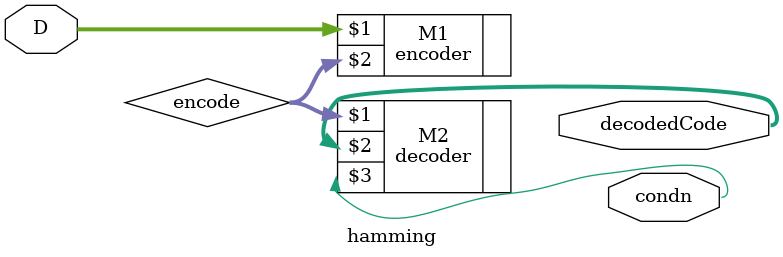
<source format=v>
`timescale 1ns / 1ps
module hamming(input [8:1]D,output [8:1]decodedCode, output reg condn);
wire [12:1]encode;
encoder M1(D,encode);
decoder M2(encode,decodedCode,condn);
endmodule

</source>
